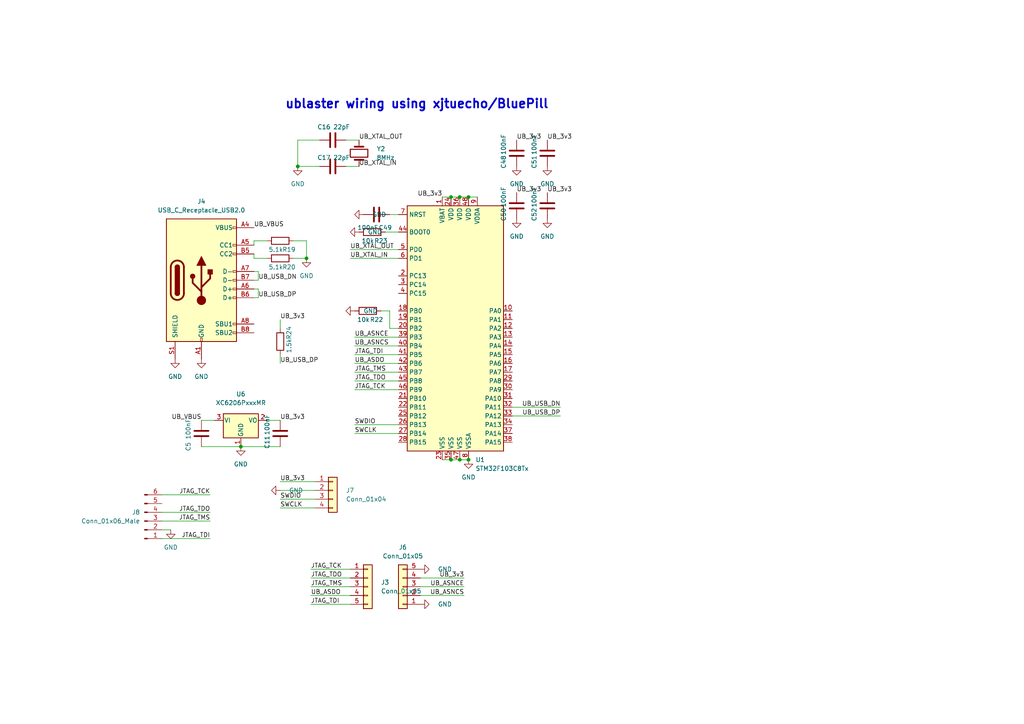
<source format=kicad_sch>
(kicad_sch (version 20211123) (generator eeschema)
  (paper "A4")
  (lib_symbols
    (symbol "Connector:Conn_01x06_Male" (pin_names (offset 1.016) hide)
      (property "Reference" "J" (at 0 7.62 0))
      (property "Value" "Conn_01x06_Male" (at 0 -10.16 0))
      (symbol "Conn_01x06_Male_1_1"
        (polyline (pts (xy 1.27 -7.62) (xy 0.8636 -7.62)) (stroke (width 0.1524)))
        (polyline (pts (xy 1.27 -5.08) (xy 0.8636 -5.08)) (stroke (width 0.1524)))
        (polyline (pts (xy 1.27 -2.54) (xy 0.8636 -2.54)) (stroke (width 0.1524)))
        (polyline (pts (xy 1.27 0) (xy 0.8636 0)) (stroke (width 0.1524)))
        (polyline (pts (xy 1.27 2.54) (xy 0.8636 2.54)) (stroke (width 0.1524)))
        (polyline (pts (xy 1.27 5.08) (xy 0.8636 5.08)) (stroke (width 0.1524)))
        (rectangle (start 0.8636 -7.493) (end 0 -7.747) (stroke (width 0.1524)) (fill (type outline)))
        (rectangle (start 0.8636 -4.953) (end 0 -5.207) (stroke (width 0.1524)) (fill (type outline)))
        (rectangle (start 0.8636 -2.413) (end 0 -2.667) (stroke (width 0.1524)) (fill (type outline)))
        (rectangle (start 0.8636 0.127) (end 0 -0.127) (stroke (width 0.1524)) (fill (type outline)))
        (rectangle (start 0.8636 2.667) (end 0 2.413) (stroke (width 0.1524)) (fill (type outline)))
        (rectangle (start 0.8636 5.207) (end 0 4.953) (stroke (width 0.1524)) (fill (type outline)))
        (pin passive line (at 5.08 5.08 180) (length 3.81) (name "Pin_1") (number "1"))
        (pin passive line (at 5.08 2.54 180) (length 3.81) (name "Pin_2") (number "2"))
        (pin passive line (at 5.08 0 180) (length 3.81) (name "Pin_3") (number "3"))
        (pin passive line (at 5.08 -2.54 180) (length 3.81) (name "Pin_4") (number "4"))
        (pin passive line (at 5.08 -5.08 180) (length 3.81) (name "Pin_5") (number "5"))
        (pin passive line (at 5.08 -7.62 180) (length 3.81) (name "Pin_6") (number "6"))
      )
    )
    (symbol "Connector:USB_C_Receptacle_USB2.0" (pin_names (offset 1.016))
      (property "Reference" "J" (at -10.16 19.05 0))
      (property "Value" "USB_C_Receptacle_USB2.0" (at 19.05 19.05 0))
      (symbol "USB_C_Receptacle_USB2.0_0_0"
        (rectangle (start -0.254 -17.78) (end 0.254 -16.764))
        (rectangle (start 10.16 -14.986) (end 9.144 -15.494))
        (rectangle (start 10.16 -12.446) (end 9.144 -12.954))
        (rectangle (start 10.16 -4.826) (end 9.144 -5.334))
        (rectangle (start 10.16 -2.286) (end 9.144 -2.794))
        (rectangle (start 10.16 0.254) (end 9.144 -0.254))
        (rectangle (start 10.16 2.794) (end 9.144 2.286))
        (rectangle (start 10.16 7.874) (end 9.144 7.366))
        (rectangle (start 10.16 10.414) (end 9.144 9.906))
        (rectangle (start 10.16 15.494) (end 9.144 14.986))
      )
      (symbol "USB_C_Receptacle_USB2.0_0_1"
        (rectangle (start -10.16 17.78) (end 10.16 -17.78) (stroke (width 0.254)) (fill (type background)))
        (arc (start -8.89 -3.81) (mid -6.985 -5.715) (end -5.08 -3.81) (stroke (width 0.508)))
        (arc (start -7.62 -3.81) (mid -6.985 -4.445) (end -6.35 -3.81) (stroke (width 0.254)))
        (arc (start -7.62 -3.81) (mid -6.985 -4.445) (end -6.35 -3.81) (stroke (width 0.254)) (fill (type outline)))
        (rectangle (start -7.62 -3.81) (end -6.35 3.81) (stroke (width 0.254)) (fill (type outline)))
        (arc (start -6.35 3.81) (mid -6.985 4.445) (end -7.62 3.81) (stroke (width 0.254)))
        (arc (start -6.35 3.81) (mid -6.985 4.445) (end -7.62 3.81) (stroke (width 0.254)) (fill (type outline)))
        (arc (start -5.08 3.81) (mid -6.985 5.715) (end -8.89 3.81) (stroke (width 0.508)))
        (circle (center -2.54 1.143) (radius 0.635) (stroke (width 0.254)) (fill (type outline)))
        (circle (center 0 -5.842) (radius 1.27) (fill (type outline)))
        (polyline (pts (xy -8.89 -3.81) (xy -8.89 3.81)) (stroke (width 0.508)))
        (polyline (pts (xy -5.08 3.81) (xy -5.08 -3.81)) (stroke (width 0.508)))
        (polyline (pts (xy 0 -5.842) (xy 0 4.318)) (stroke (width 0.508)))
        (polyline (pts (xy 0 -3.302) (xy -2.54 -0.762) (xy -2.54 0.508)) (stroke (width 0.508)))
        (polyline (pts (xy 0 -2.032) (xy 2.54 0.508) (xy 2.54 1.778)) (stroke (width 0.508)))
        (polyline (pts (xy -1.27 4.318) (xy 0 6.858) (xy 1.27 4.318) (xy -1.27 4.318)) (stroke (width 0.254)) (fill (type outline)))
        (rectangle (start 1.905 1.778) (end 3.175 3.048) (stroke (width 0.254)) (fill (type outline)))
      )
      (symbol "USB_C_Receptacle_USB2.0_1_1"
        (pin passive line (at 0 -22.86 90) (length 5.08) (name "GND") (number "A1"))
        (pin passive line (at 0 -22.86 90) (length 5.08) hide (name "GND") (number "A12"))
        (pin passive line (at 15.24 15.24 180) (length 5.08) (name "VBUS") (number "A4"))
        (pin bidirectional line (at 15.24 10.16 180) (length 5.08) (name "CC1") (number "A5"))
        (pin bidirectional line (at 15.24 -2.54 180) (length 5.08) (name "D+") (number "A6"))
        (pin bidirectional line (at 15.24 2.54 180) (length 5.08) (name "D-") (number "A7"))
        (pin bidirectional line (at 15.24 -12.7 180) (length 5.08) (name "SBU1") (number "A8"))
        (pin passive line (at 15.24 15.24 180) (length 5.08) hide (name "VBUS") (number "A9"))
        (pin passive line (at 0 -22.86 90) (length 5.08) hide (name "GND") (number "B1"))
        (pin passive line (at 0 -22.86 90) (length 5.08) hide (name "GND") (number "B12"))
        (pin passive line (at 15.24 15.24 180) (length 5.08) hide (name "VBUS") (number "B4"))
        (pin bidirectional line (at 15.24 7.62 180) (length 5.08) (name "CC2") (number "B5"))
        (pin bidirectional line (at 15.24 -5.08 180) (length 5.08) (name "D+") (number "B6"))
        (pin bidirectional line (at 15.24 0 180) (length 5.08) (name "D-") (number "B7"))
        (pin bidirectional line (at 15.24 -15.24 180) (length 5.08) (name "SBU2") (number "B8"))
        (pin passive line (at 15.24 15.24 180) (length 5.08) hide (name "VBUS") (number "B9"))
        (pin passive line (at -7.62 -22.86 90) (length 5.08) (name "SHIELD") (number "S1"))
      )
    )
    (symbol "Connector_Generic:Conn_01x04" (pin_names (offset 1.016) hide)
      (property "Reference" "J" (at 0 5.08 0))
      (property "Value" "Conn_01x04" (at 0 -7.62 0))
      (symbol "Conn_01x04_1_1"
        (rectangle (start -1.27 -4.953) (end 0 -5.207) (stroke (width 0.1524)))
        (rectangle (start -1.27 -2.413) (end 0 -2.667) (stroke (width 0.1524)))
        (rectangle (start -1.27 0.127) (end 0 -0.127) (stroke (width 0.1524)))
        (rectangle (start -1.27 2.667) (end 0 2.413) (stroke (width 0.1524)))
        (rectangle (start -1.27 3.81) (end 1.27 -6.35) (stroke (width 0.254)) (fill (type background)))
        (pin passive line (at -5.08 2.54 0) (length 3.81) (name "Pin_1") (number "1"))
        (pin passive line (at -5.08 0 0) (length 3.81) (name "Pin_2") (number "2"))
        (pin passive line (at -5.08 -2.54 0) (length 3.81) (name "Pin_3") (number "3"))
        (pin passive line (at -5.08 -5.08 0) (length 3.81) (name "Pin_4") (number "4"))
      )
    )
    (symbol "Connector_Generic:Conn_01x05" (pin_names (offset 1.016) hide)
      (property "Reference" "J" (at 0 7.62 0))
      (property "Value" "Conn_01x05" (at 0 -7.62 0))
      (symbol "Conn_01x05_1_1"
        (rectangle (start -1.27 -4.953) (end 0 -5.207) (stroke (width 0.1524)))
        (rectangle (start -1.27 -2.413) (end 0 -2.667) (stroke (width 0.1524)))
        (rectangle (start -1.27 0.127) (end 0 -0.127) (stroke (width 0.1524)))
        (rectangle (start -1.27 2.667) (end 0 2.413) (stroke (width 0.1524)))
        (rectangle (start -1.27 5.207) (end 0 4.953) (stroke (width 0.1524)))
        (rectangle (start -1.27 6.35) (end 1.27 -6.35) (stroke (width 0.254)) (fill (type background)))
        (pin passive line (at -5.08 5.08 0) (length 3.81) (name "Pin_1") (number "1"))
        (pin passive line (at -5.08 2.54 0) (length 3.81) (name "Pin_2") (number "2"))
        (pin passive line (at -5.08 0 0) (length 3.81) (name "Pin_3") (number "3"))
        (pin passive line (at -5.08 -2.54 0) (length 3.81) (name "Pin_4") (number "4"))
        (pin passive line (at -5.08 -5.08 0) (length 3.81) (name "Pin_5") (number "5"))
      )
    )
    (symbol "Device:C" (pin_numbers hide) (pin_names (offset 0.254))
      (property "Reference" "C" (at 0.635 2.54 0))
      (property "Value" "C" (at 0.635 -2.54 0))
      (symbol "C_0_1"
        (polyline (pts (xy -2.032 -0.762) (xy 2.032 -0.762)) (stroke (width 0.508)))
        (polyline (pts (xy -2.032 0.762) (xy 2.032 0.762)) (stroke (width 0.508)))
      )
      (symbol "C_1_1"
        (pin passive line (at 0 3.81 270) (length 2.794) (name "~") (number "1"))
        (pin passive line (at 0 -3.81 90) (length 2.794) (name "~") (number "2"))
      )
    )
    (symbol "Device:Crystal" (pin_numbers hide) (pin_names (offset 1.016) hide)
      (property "Reference" "Y" (at 0 3.81 0))
      (property "Value" "Crystal" (at 0 -3.81 0))
      (symbol "Crystal_0_1"
        (rectangle (start -1.143 2.54) (end 1.143 -2.54) (stroke (width 0.3048)))
        (polyline (pts (xy -2.54 0) (xy -1.905 0)))
        (polyline (pts (xy -1.905 -1.27) (xy -1.905 1.27)) (stroke (width 0.508)))
        (polyline (pts (xy 1.905 -1.27) (xy 1.905 1.27)) (stroke (width 0.508)))
        (polyline (pts (xy 2.54 0) (xy 1.905 0)))
      )
      (symbol "Crystal_1_1"
        (pin passive line (at -3.81 0 0) (length 1.27) (name "1") (number "1"))
        (pin passive line (at 3.81 0 180) (length 1.27) (name "2") (number "2"))
      )
    )
    (symbol "Device:R" (pin_numbers hide) (pin_names (offset 0))
      (property "Reference" "R" (at 2.032 0 90))
      (property "Value" "R" (at 0 0 90))
      (symbol "R_0_1"
        (rectangle (start -1.016 -2.54) (end 1.016 2.54) (stroke (width 0.254)))
      )
      (symbol "R_1_1"
        (pin passive line (at 0 3.81 270) (length 1.27) (name "~") (number "1"))
        (pin passive line (at 0 -3.81 90) (length 1.27) (name "~") (number "2"))
      )
    )
    (symbol "GND_1" (power) (pin_names (offset 0))
      (property "Value" "GND_1" (at 0 -3.81 0))
      (symbol "GND_1_0_1"
        (polyline (pts (xy 0 0) (xy 0 -1.27) (xy 1.27 -1.27) (xy 0 -2.54) (xy -1.27 -1.27) (xy 0 -1.27)))
      )
      (symbol "GND_1_1_1"
        (pin power_in line (at 0 0 270) (length 0) hide (name "GND") (number "1"))
      )
    )
    (symbol "MCU_ST_STM32F1:STM32F103C8Tx"
      (property "Reference" "U" (at -15.24 36.83 0))
      (property "Value" "STM32F103C8Tx" (at 7.62 36.83 0))
      (symbol "STM32F103C8Tx_0_1"
        (rectangle (start -15.24 -35.56) (end 12.7 35.56) (stroke (width 0.254)) (fill (type background)))
      )
      (symbol "STM32F103C8Tx_1_1"
        (pin power_in line (at -5.08 38.1 270) (length 2.54) (name "VBAT") (number "1"))
        (pin bidirectional line (at 15.24 5.08 180) (length 2.54) (name "PA0") (number "10"))
        (pin bidirectional line (at 15.24 2.54 180) (length 2.54) (name "PA1") (number "11"))
        (pin bidirectional line (at 15.24 0 180) (length 2.54) (name "PA2") (number "12"))
        (pin bidirectional line (at 15.24 -2.54 180) (length 2.54) (name "PA3") (number "13"))
        (pin bidirectional line (at 15.24 -5.08 180) (length 2.54) (name "PA4") (number "14"))
        (pin bidirectional line (at 15.24 -7.62 180) (length 2.54) (name "PA5") (number "15"))
        (pin bidirectional line (at 15.24 -10.16 180) (length 2.54) (name "PA6") (number "16"))
        (pin bidirectional line (at 15.24 -12.7 180) (length 2.54) (name "PA7") (number "17"))
        (pin bidirectional line (at -17.78 5.08 0) (length 2.54) (name "PB0") (number "18"))
        (pin bidirectional line (at -17.78 2.54 0) (length 2.54) (name "PB1") (number "19"))
        (pin bidirectional line (at -17.78 15.24 0) (length 2.54) (name "PC13") (number "2"))
        (pin bidirectional line (at -17.78 0 0) (length 2.54) (name "PB2") (number "20"))
        (pin bidirectional line (at -17.78 -20.32 0) (length 2.54) (name "PB10") (number "21"))
        (pin bidirectional line (at -17.78 -22.86 0) (length 2.54) (name "PB11") (number "22"))
        (pin power_in line (at -5.08 -38.1 90) (length 2.54) (name "VSS") (number "23"))
        (pin power_in line (at -2.54 38.1 270) (length 2.54) (name "VDD") (number "24"))
        (pin bidirectional line (at -17.78 -25.4 0) (length 2.54) (name "PB12") (number "25"))
        (pin bidirectional line (at -17.78 -27.94 0) (length 2.54) (name "PB13") (number "26"))
        (pin bidirectional line (at -17.78 -30.48 0) (length 2.54) (name "PB14") (number "27"))
        (pin bidirectional line (at -17.78 -33.02 0) (length 2.54) (name "PB15") (number "28"))
        (pin bidirectional line (at 15.24 -15.24 180) (length 2.54) (name "PA8") (number "29"))
        (pin bidirectional line (at -17.78 12.7 0) (length 2.54) (name "PC14") (number "3"))
        (pin bidirectional line (at 15.24 -17.78 180) (length 2.54) (name "PA9") (number "30"))
        (pin bidirectional line (at 15.24 -20.32 180) (length 2.54) (name "PA10") (number "31"))
        (pin bidirectional line (at 15.24 -22.86 180) (length 2.54) (name "PA11") (number "32"))
        (pin bidirectional line (at 15.24 -25.4 180) (length 2.54) (name "PA12") (number "33"))
        (pin bidirectional line (at 15.24 -27.94 180) (length 2.54) (name "PA13") (number "34"))
        (pin power_in line (at -2.54 -38.1 90) (length 2.54) (name "VSS") (number "35"))
        (pin power_in line (at 0 38.1 270) (length 2.54) (name "VDD") (number "36"))
        (pin bidirectional line (at 15.24 -30.48 180) (length 2.54) (name "PA14") (number "37"))
        (pin bidirectional line (at 15.24 -33.02 180) (length 2.54) (name "PA15") (number "38"))
        (pin bidirectional line (at -17.78 -2.54 0) (length 2.54) (name "PB3") (number "39"))
        (pin bidirectional line (at -17.78 10.16 0) (length 2.54) (name "PC15") (number "4"))
        (pin bidirectional line (at -17.78 -5.08 0) (length 2.54) (name "PB4") (number "40"))
        (pin bidirectional line (at -17.78 -7.62 0) (length 2.54) (name "PB5") (number "41"))
        (pin bidirectional line (at -17.78 -10.16 0) (length 2.54) (name "PB6") (number "42"))
        (pin bidirectional line (at -17.78 -12.7 0) (length 2.54) (name "PB7") (number "43"))
        (pin input line (at -17.78 27.94 0) (length 2.54) (name "BOOT0") (number "44"))
        (pin bidirectional line (at -17.78 -15.24 0) (length 2.54) (name "PB8") (number "45"))
        (pin bidirectional line (at -17.78 -17.78 0) (length 2.54) (name "PB9") (number "46"))
        (pin power_in line (at 0 -38.1 90) (length 2.54) (name "VSS") (number "47"))
        (pin power_in line (at 2.54 38.1 270) (length 2.54) (name "VDD") (number "48"))
        (pin input line (at -17.78 22.86 0) (length 2.54) (name "PD0") (number "5"))
        (pin input line (at -17.78 20.32 0) (length 2.54) (name "PD1") (number "6"))
        (pin input line (at -17.78 33.02 0) (length 2.54) (name "NRST") (number "7"))
        (pin power_in line (at 2.54 -38.1 90) (length 2.54) (name "VSSA") (number "8"))
        (pin power_in line (at 5.08 38.1 270) (length 2.54) (name "VDDA") (number "9"))
      )
    )
    (symbol "Regulator_Linear:XC6206PxxxMR" (pin_names (offset 0.254))
      (property "Reference" "U" (at -3.81 3.175 0))
      (property "Value" "XC6206PxxxMR" (at 0 3.175 0))
      (symbol "XC6206PxxxMR_0_1"
        (rectangle (start -5.08 1.905) (end 5.08 -5.08) (stroke (width 0.254)) (fill (type background)))
      )
      (symbol "XC6206PxxxMR_1_1"
        (pin power_in line (at 0 -7.62 90) (length 2.54) (name "GND") (number "1"))
        (pin power_out line (at 7.62 0 180) (length 2.54) (name "VO") (number "2"))
        (pin power_in line (at -7.62 0 0) (length 2.54) (name "VI") (number "3"))
      )
    )
    (symbol "power:GND" (power) (pin_names (offset 0))
      (property "Value" "GND" (at 0 -3.81 0))
      (symbol "GND_0_1"
        (polyline (pts (xy 0 0) (xy 0 -1.27) (xy 1.27 -1.27) (xy 0 -2.54) (xy -1.27 -1.27) (xy 0 -1.27)))
      )
      (symbol "GND_1_1"
        (pin power_in line (at 0 0 270) (length 0) hide (name "GND") (number "1"))
      )
    )
  )
  (junction (at 135.89 133.35))
  (junction (at 69.85 129.54))
  (junction (at 133.35 133.35))
  (junction (at 133.35 57.15))
  (junction (at 88.9 74.93))
  (junction (at 130.81 133.35))
  (junction (at 135.89 57.15))
  (junction (at 130.81 57.15))
  (junction (at 86.36 48.26))
  (wire (pts (xy 102.87 110.49) (xy 115.57 110.49)))
  (wire (pts (xy 46.99 151.13) (xy 60.96 151.13)))
  (wire (pts (xy 102.87 113.03) (xy 115.57 113.03)))
  (wire (pts (xy 73.66 71.12) (xy 73.66 69.85)))
  (wire (pts (xy 46.99 156.21) (xy 60.96 156.21)))
  (wire (pts (xy 102.87 97.79) (xy 115.57 97.79)))
  (wire (pts (xy 81.28 92.71) (xy 81.28 95.25)))
  (wire (pts (xy 148.59 118.11) (xy 162.56 118.11)))
  (wire (pts (xy 148.59 120.65) (xy 162.56 120.65)))
  (wire (pts (xy 81.28 139.7) (xy 91.44 139.7)))
  (wire (pts (xy 90.17 167.64) (xy 101.6 167.64)))
  (wire (pts (xy 86.36 48.26) (xy 86.36 40.64)))
  (wire (pts (xy 133.35 57.15) (xy 135.89 57.15)))
  (wire (pts (xy 110.49 90.17) (xy 113.03 90.17)))
  (wire (pts (xy 101.6 72.39) (xy 115.57 72.39)))
  (wire (pts (xy 73.66 74.93) (xy 77.47 74.93)))
  (wire (pts (xy 85.09 69.85) (xy 88.9 69.85)))
  (wire (pts (xy 88.9 69.85) (xy 88.9 74.93)))
  (wire (pts (xy 73.66 78.74) (xy 74.93 78.74)))
  (wire (pts (xy 135.89 57.15) (xy 138.43 57.15)))
  (wire (pts (xy 86.36 48.26) (xy 92.71 48.26)))
  (wire (pts (xy 90.17 170.18) (xy 101.6 170.18)))
  (wire (pts (xy 113.03 90.17) (xy 113.03 95.25)))
  (wire (pts (xy 46.99 153.67) (xy 49.53 153.67)))
  (wire (pts (xy 81.28 102.87) (xy 81.28 105.41)))
  (wire (pts (xy 121.92 170.18) (xy 134.62 170.18)))
  (wire (pts (xy 46.99 143.51) (xy 60.96 143.51)))
  (wire (pts (xy 81.28 144.78) (xy 91.44 144.78)))
  (wire (pts (xy 73.66 83.82) (xy 74.93 83.82)))
  (wire (pts (xy 81.28 147.32) (xy 91.44 147.32)))
  (wire (pts (xy 128.27 133.35) (xy 130.81 133.35)))
  (wire (pts (xy 101.6 74.93) (xy 115.57 74.93)))
  (wire (pts (xy 102.87 105.41) (xy 115.57 105.41)))
  (wire (pts (xy 102.87 107.95) (xy 115.57 107.95)))
  (wire (pts (xy 69.85 129.54) (xy 81.28 129.54)))
  (wire (pts (xy 46.99 148.59) (xy 60.96 148.59)))
  (wire (pts (xy 102.87 102.87) (xy 115.57 102.87)))
  (wire (pts (xy 121.92 167.64) (xy 134.62 167.64)))
  (wire (pts (xy 130.81 133.35) (xy 133.35 133.35)))
  (wire (pts (xy 73.66 86.36) (xy 74.93 86.36)))
  (wire (pts (xy 73.66 81.28) (xy 74.93 81.28)))
  (wire (pts (xy 102.87 125.73) (xy 115.57 125.73)))
  (wire (pts (xy 113.03 62.23) (xy 115.57 62.23)))
  (wire (pts (xy 73.66 73.66) (xy 73.66 74.93)))
  (wire (pts (xy 100.33 40.64) (xy 104.14 40.64)))
  (wire (pts (xy 85.09 74.93) (xy 88.9 74.93)))
  (wire (pts (xy 121.92 172.72) (xy 134.62 172.72)))
  (wire (pts (xy 58.42 129.54) (xy 69.85 129.54)))
  (wire (pts (xy 128.27 57.15) (xy 130.81 57.15)))
  (wire (pts (xy 113.03 95.25) (xy 115.57 95.25)))
  (wire (pts (xy 90.17 175.26) (xy 101.6 175.26)))
  (wire (pts (xy 74.93 78.74) (xy 74.93 81.28)))
  (wire (pts (xy 77.47 121.92) (xy 81.28 121.92)))
  (wire (pts (xy 81.28 142.24) (xy 91.44 142.24)))
  (wire (pts (xy 102.87 100.33) (xy 115.57 100.33)))
  (wire (pts (xy 74.93 83.82) (xy 74.93 86.36)))
  (wire (pts (xy 111.76 67.31) (xy 115.57 67.31)))
  (wire (pts (xy 90.17 165.1) (xy 101.6 165.1)))
  (wire (pts (xy 58.42 121.92) (xy 62.23 121.92)))
  (wire (pts (xy 133.35 133.35) (xy 135.89 133.35)))
  (wire (pts (xy 73.66 69.85) (xy 77.47 69.85)))
  (wire (pts (xy 86.36 40.64) (xy 92.71 40.64)))
  (wire (pts (xy 102.87 123.19) (xy 115.57 123.19)))
  (wire (pts (xy 90.17 172.72) (xy 101.6 172.72)))
  (wire (pts (xy 130.81 57.15) (xy 133.35 57.15)))
  (wire (pts (xy 100.33 48.26) (xy 104.14 48.26)))
  (text "ublaster wiring using xjtuecho/BluePill" (at 82.55 31.75 0) (effects (font (size 2.54 2.54) (thickness 0.508) bold) (justify left bottom)))
  (label "UB_XTAL_IN" (at 101.6 74.93 0))
  (label "SWDIO" (at 102.87 123.19 0))
  (label "SWDIO" (at 81.28 144.78 0))
  (label "JTAG_TMS" (at 60.96 151.13 180))
  (label "UB_XTAL_OUT" (at 101.6 72.39 0))
  (label "JTAG_TDO" (at 90.17 167.64 0))
  (label "UB_VBUS" (at 73.66 66.04 0))
  (label "JTAG_TCK" (at 60.96 143.51 180))
  (label "UB_3v3" (at 134.62 167.64 180))
  (label "SWCLK" (at 81.28 147.32 0))
  (label "SWCLK" (at 102.87 125.73 0))
  (label "UB_3v3" (at 81.28 92.71 0))
  (label "UB_ASNCE" (at 134.62 170.18 180))
  (label "UB_XTAL_IN" (at 104.14 48.26 0))
  (label "UB_USB_DN" (at 74.93 81.28 0))
  (label "UB_USB_DN" (at 162.56 118.11 180))
  (label "UB_3v3" (at 158.75 55.88 0))
  (label "JTAG_TDI" (at 60.96 156.21 180))
  (label "UB_3v3" (at 128.27 57.15 180))
  (label "UB_USB_DP" (at 74.93 86.36 0))
  (label "JTAG_TDI" (at 90.17 175.26 0))
  (label "UB_ASDO" (at 102.87 105.41 0))
  (label "UB_3v3" (at 149.86 55.88 0))
  (label "UB_ASNCS" (at 134.62 172.72 180))
  (label "JTAG_TMS" (at 90.17 170.18 0))
  (label "JTAG_TDO" (at 102.87 110.49 0))
  (label "JTAG_TCK" (at 102.87 113.03 0))
  (label "JTAG_TMS" (at 102.87 107.95 0))
  (label "UB_3v3" (at 149.86 40.64 0))
  (label "UB_XTAL_OUT" (at 104.14 40.64 0))
  (label "UB_ASNCE" (at 102.87 97.79 0))
  (label "UB_ASDO" (at 90.17 172.72 0))
  (label "UB_USB_DP" (at 162.56 120.65 180))
  (label "JTAG_TCK" (at 90.17 165.1 0))
  (label "UB_VBUS" (at 58.42 121.92 180))
  (label "UB_3v3" (at 81.28 139.7 0))
  (label "JTAG_TDO" (at 60.96 148.59 180))
  (label "UB_3v3" (at 81.28 121.92 0))
  (label "UB_3v3" (at 158.75 40.64 0))
  (label "UB_USB_DP" (at 81.28 105.41 0))
  (label "JTAG_TDI" (at 102.87 102.87 0))
  (label "UB_ASNCS" (at 102.87 100.33 0))
  (symbol (lib_id "Device:R") (at 107.95 67.31 270) (unit 1)
    (property "Reference" "R23" (at 110.49 69.85 90))
    (property "Value" "10k" (at 106.68 69.85 90))
    (property "Footprint" "Resistor_SMD:R_0603_1608Metric_Pad0.98x0.95mm_HandSolder" (effects hide))
  )
  (symbol (lib_id "Device:C") (at 96.52 48.26 90) (unit 1)
    (property "Reference" "C17" (at 93.98 45.72 90))
    (property "Value" "22pF" (at 99.06 45.72 90))
    (property "Footprint" "Capacitor_SMD:C_0402_1005Metric_Pad0.74x0.62mm_HandSolder" (effects hide))
  )
  (symbol (lib_id "Connector_Generic:Conn_01x05") (at 106.68 170.18 0) (unit 1)
    (property "Reference" "J3" (at 110.49 168.9099 0) (effects (justify left)))
    (property "Value" "Conn_01x05" (at 110.49 171.4499 0) (effects (justify left)))
    (property "Footprint" "Connector_PinHeader_2.54mm:PinHeader_1x05_P2.54mm_Vertical" (effects hide))
  )
  (symbol (lib_id "Connector_Generic:Conn_01x05") (at 116.84 170.18 180) (unit 1)
    (property "Reference" "J6" (at 116.84 158.75 0))
    (property "Value" "Conn_01x05" (at 116.84 161.29 0))
    (property "Footprint" "Connector_PinHeader_2.54mm:PinHeader_1x05_P2.54mm_Vertical" (effects hide))
  )
  (symbol (lib_id "Connector:USB_C_Receptacle_USB2.0") (at 58.42 81.28 0) (unit 1)
    (property "Reference" "J4" (at 58.42 58.42 0))
    (property "Value" "USB_C_Receptacle_USB2.0" (at 58.42 60.96 0))
    (property "Footprint" "Connector_USB:USB_C_Receptacle_HRO_TYPE-C-31-M-12" (effects hide))
    (property "Datasheet" "https://www.usb.org/sites/default/files/documents/usb_type-c.zip" (effects hide))
  )
  (symbol (lib_id "Device:R") (at 81.28 99.06 0) (unit 1)
    (property "Reference" "R24" (at 83.82 96.52 90))
    (property "Value" "1.5k" (at 83.82 100.33 90))
    (property "Footprint" "Resistor_SMD:R_0603_1608Metric_Pad0.98x0.95mm_HandSolder" (effects hide))
  )
  (symbol (lib_id "Device:C") (at 149.86 44.45 180) (unit 1)
    (property "Reference" "C48" (at 146.05 46.99 90))
    (property "Value" "100nF" (at 146.05 41.91 90))
    (property "Footprint" "Capacitor_SMD:C_0402_1005Metric_Pad0.74x0.62mm_HandSolder" (effects hide))
  )
  (symbol (lib_id "Device:C") (at 149.86 59.69 180) (unit 1)
    (property "Reference" "C50" (at 146.05 62.23 90))
    (property "Value" "100nF" (at 146.05 57.15 90))
    (property "Footprint" "Capacitor_SMD:C_0402_1005Metric_Pad0.74x0.62mm_HandSolder" (effects hide))
  )
  (symbol (lib_id "MCU_ST_STM32F1:STM32F103C8Tx") (at 133.35 95.25 0) (unit 1)
    (property "Reference" "U1" (at 137.9094 133.35 0) (effects (justify left)))
    (property "Value" "STM32F103C8Tx" (at 137.9094 135.89 0) (effects (justify left)))
    (property "Footprint" "Package_QFP:LQFP-48_7x7mm_P0.5mm" (effects hide))
    (property "Datasheet" "http://www.st.com/st-web-ui/static/active/en/resource/technical/document/datasheet/CD00161566.pdf" (effects hide))
  )
  (symbol (lib_name "GND_1") (lib_id "power:GND") (at 58.42 104.14 0) (unit 1)
    (property "Reference" "#PWR037" (effects hide))
    (property "Value" "GND" (at 58.42 109.22 0))
  )
  (symbol (lib_id "Device:C") (at 96.52 40.64 90) (unit 1)
    (property "Reference" "C16" (at 93.98 36.83 90))
    (property "Value" "22pF" (at 99.06 36.83 90))
    (property "Footprint" "Capacitor_SMD:C_0402_1005Metric_Pad0.74x0.62mm_HandSolder" (effects hide))
  )
  (symbol (lib_id "power:GND") (at 135.89 133.35 0) (unit 1)
    (property "Reference" "#PWR088" (effects hide))
    (property "Value" "GND" (at 135.89 138.43 0))
  )
  (symbol (lib_id "power:GND") (at 49.53 153.67 0) (unit 1)
    (property "Reference" "#PWR0110" (effects hide))
    (property "Value" "GND" (at 49.53 158.75 0))
  )
  (symbol (lib_id "Regulator_Linear:XC6206PxxxMR") (at 69.85 121.92 0) (unit 1)
    (property "Reference" "U6" (at 69.85 114.3 0))
    (property "Value" "XC6206PxxxMR" (at 69.85 116.84 0))
    (property "Footprint" "Package_TO_SOT_SMD:SOT-23" (effects hide))
    (property "Datasheet" "https://www.torexsemi.com/file/xc6206/XC6206.pdf" (effects hide))
  )
  (symbol (lib_id "Device:R") (at 81.28 74.93 270) (unit 1)
    (property "Reference" "R20" (at 83.82 77.47 90))
    (property "Value" "5.1k" (at 80.01 77.47 90))
    (property "Footprint" "Resistor_SMD:R_0603_1608Metric_Pad0.98x0.95mm_HandSolder" (effects hide))
  )
  (symbol (lib_id "power:GND") (at 121.92 165.1 90) (unit 1)
    (property "Reference" "#PWR086" (effects hide))
    (property "Value" "GND" (at 127 165.0999 90) (effects (justify right)))
  )
  (symbol (lib_id "power:GND") (at 104.14 67.31 270) (unit 1)
    (property "Reference" "#PWR084" (effects hide))
    (property "Value" "GND" (at 106.68 67.3099 90) (effects (justify left)))
  )
  (symbol (lib_id "Device:C") (at 158.75 44.45 180) (unit 1)
    (property "Reference" "C51" (at 154.94 46.99 90))
    (property "Value" "100nF" (at 154.94 41.91 90))
    (property "Footprint" "Capacitor_SMD:C_0402_1005Metric_Pad0.74x0.62mm_HandSolder" (effects hide))
  )
  (symbol (lib_id "Device:Crystal") (at 104.14 44.45 270) (unit 1)
    (property "Reference" "Y2" (at 109.22 43.1799 90) (effects (justify left)))
    (property "Value" "8MHz" (at 109.22 45.7199 90) (effects (justify left)))
    (property "Footprint" "Crystal:Crystal_SMD_5032-2Pin_5.0x3.2mm" (effects hide))
  )
  (symbol (lib_id "Connector_Generic:Conn_01x04") (at 96.52 142.24 0) (unit 1)
    (property "Reference" "J7" (at 100.33 142.2399 0) (effects (justify left)))
    (property "Value" "Conn_01x04" (at 100.33 144.7799 0) (effects (justify left)))
    (property "Footprint" "Connector_PinHeader_2.54mm:PinHeader_1x04_P2.54mm_Vertical" (effects hide))
  )
  (symbol (lib_id "power:GND") (at 149.86 63.5 0) (unit 1)
    (property "Reference" "#PWR093" (effects hide))
    (property "Value" "GND" (at 149.86 68.58 0))
  )
  (symbol (lib_id "Device:C") (at 81.28 125.73 180) (unit 1)
    (property "Reference" "C11" (at 77.47 128.27 90))
    (property "Value" "100nF" (at 77.47 123.19 90))
    (property "Footprint" "Capacitor_SMD:C_0402_1005Metric_Pad0.74x0.62mm_HandSolder" (effects hide))
  )
  (symbol (lib_id "Device:C") (at 109.22 62.23 270) (unit 1)
    (property "Reference" "C49" (at 111.76 66.04 90))
    (property "Value" "100nF" (at 106.68 66.04 90))
    (property "Footprint" "Capacitor_SMD:C_0402_1005Metric_Pad0.74x0.62mm_HandSolder" (effects hide))
  )
  (symbol (lib_id "power:GND") (at 88.9 74.93 0) (unit 1)
    (property "Reference" "#PWR064" (effects hide))
    (property "Value" "GND" (at 88.9 80.01 0))
  )
  (symbol (lib_id "power:GND") (at 69.85 129.54 0) (unit 1)
    (property "Reference" "#PWR039" (effects hide))
    (property "Value" "GND" (at 69.85 134.62 0))
  )
  (symbol (lib_id "Device:R") (at 106.68 90.17 270) (unit 1)
    (property "Reference" "R22" (at 109.22 92.71 90))
    (property "Value" "10k" (at 105.41 92.71 90))
    (property "Footprint" "Resistor_SMD:R_0603_1608Metric_Pad0.98x0.95mm_HandSolder" (effects hide))
  )
  (symbol (lib_id "Connector:Conn_01x06_Male") (at 41.91 151.13 0) (mirror x) (unit 1)
    (property "Reference" "J8" (at 40.64 148.5899 0) (effects (justify right)))
    (property "Value" "Conn_01x06_Male" (at 40.64 151.1299 0) (effects (justify right)))
    (property "Footprint" "Connector_PinSocket_2.00mm:PinSocket_2x03_P2.00mm_Vertical_SMD" (effects hide))
  )
  (symbol (lib_id "power:GND") (at 158.75 48.26 0) (unit 1)
    (property "Reference" "#PWR0100" (effects hide))
    (property "Value" "GND" (at 158.75 53.34 0))
  )
  (symbol (lib_id "power:GND") (at 81.28 142.24 270) (unit 1)
    (property "Reference" "#PWR044" (effects hide))
    (property "Value" "GND" (at 83.82 142.2399 90) (effects (justify left)))
  )
  (symbol (lib_id "power:GND") (at 102.87 90.17 270) (unit 1)
    (property "Reference" "#PWR083" (effects hide))
    (property "Value" "GND" (at 105.41 90.1699 90) (effects (justify left)))
  )
  (symbol (lib_id "Device:C") (at 158.75 59.69 180) (unit 1)
    (property "Reference" "C52" (at 154.94 62.23 90))
    (property "Value" "100nF" (at 154.94 57.15 90))
    (property "Footprint" "Capacitor_SMD:C_0402_1005Metric_Pad0.74x0.62mm_HandSolder" (effects hide))
  )
  (symbol (lib_id "power:GND") (at 158.75 63.5 0) (unit 1)
    (property "Reference" "#PWR0109" (effects hide))
    (property "Value" "GND" (at 158.75 68.58 0))
  )
  (symbol (lib_id "power:GND") (at 149.86 48.26 0) (unit 1)
    (property "Reference" "#PWR092" (effects hide))
    (property "Value" "GND" (at 149.86 53.34 0))
  )
  (symbol (lib_id "power:GND") (at 121.92 175.26 90) (unit 1)
    (property "Reference" "#PWR087" (effects hide))
    (property "Value" "GND" (at 127 175.2599 90) (effects (justify right)))
  )
  (symbol (lib_name "GND_1") (lib_id "power:GND") (at 50.8 104.14 0) (unit 1)
    (property "Reference" "#PWR014" (effects hide))
    (property "Value" "GND" (at 50.8 109.22 0))
  )
  (symbol (lib_id "Device:C") (at 58.42 125.73 180) (unit 1)
    (property "Reference" "C5" (at 54.61 129.54 90))
    (property "Value" "100nF" (at 54.61 124.46 90))
    (property "Footprint" "Capacitor_SMD:C_0402_1005Metric_Pad0.74x0.62mm_HandSolder" (effects hide))
  )
  (symbol (lib_id "Device:R") (at 81.28 69.85 270) (unit 1)
    (property "Reference" "R19" (at 83.82 72.39 90))
    (property "Value" "5.1k" (at 80.01 72.39 90))
    (property "Footprint" "Resistor_SMD:R_0603_1608Metric_Pad0.98x0.95mm_HandSolder" (effects hide))
  )
  (symbol (lib_id "power:GND") (at 105.41 62.23 270) (unit 1)
    (property "Reference" "#PWR085" (effects hide))
    (property "Value" "GND" (at 107.95 62.2299 90) (effects (justify left)))
  )
  (symbol (lib_id "power:GND") (at 86.36 48.26 0) (unit 1)
    (property "Reference" "#PWR063" (effects hide))
    (property "Value" "GND" (at 86.36 53.34 0))
  )
)
</source>
